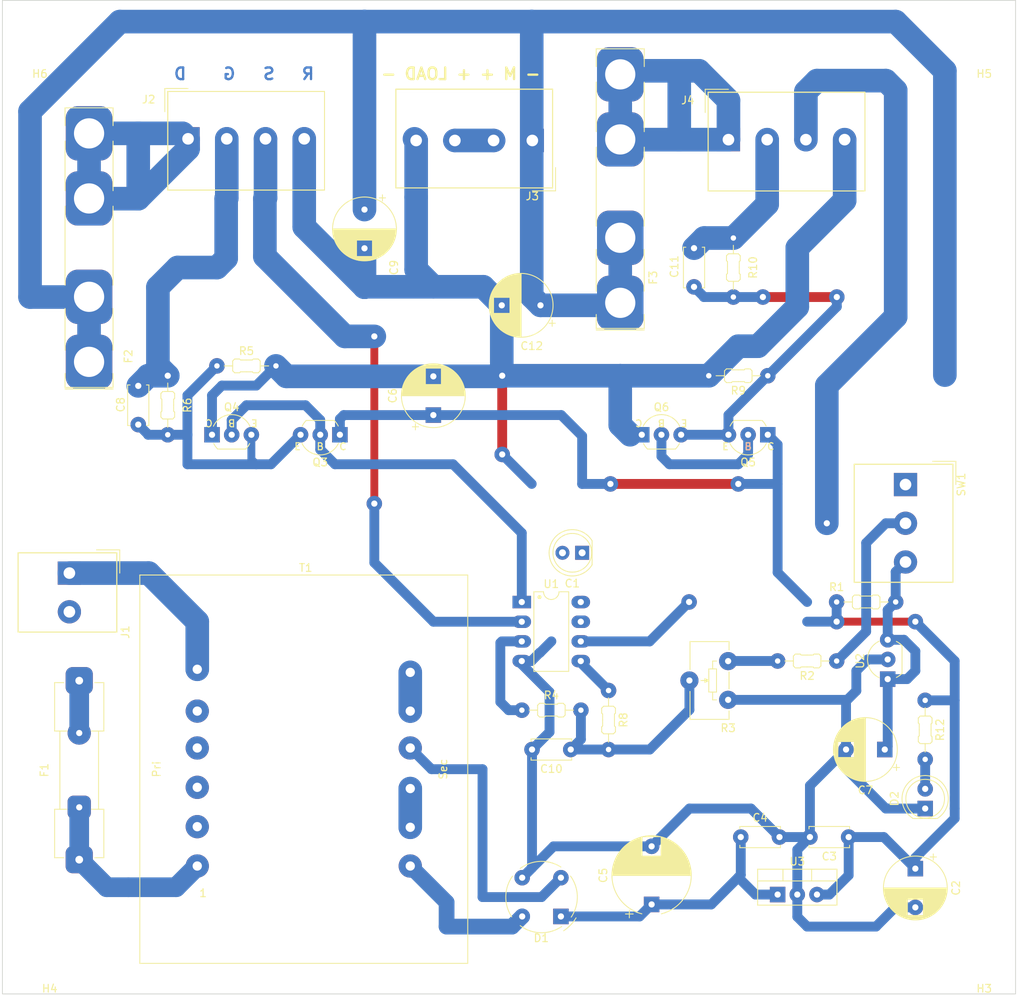
<source format=kicad_pcb>
(kicad_pcb (version 20221018) (generator pcbnew)
  (layers (0 "F.Cu" signal) (31 "B.Cu" signal) (34 "B.Paste" user) (35 "F.Paste" user) (36 "B.SilkS" user "B.Silkscreen") (37 "F.SilkS" user "F.Silkscreen") (38 "B.Mask" user) (39 "F.Mask" user) (44 "Edge.Cuts" user))
  (net 0 "")
  (net 1 "VCC")
  (net 2 "GND")
  (net 3 "Net-(SW1-C)")
  (net 4 "Net-(C10-Pad1)")
  (net 5 "Net-(Q3-E)")
  (net 6 "Net-(Q5-E)")
  (net 7 "Net-(J4-Pin_2)")
  (net 8 "Net-(J4-Pin_3)")
  (net 9 "Net-(Q3-B)")
  (net 10 "Net-(Q5-B)")
  (net 11 "Net-(SW1-B)")
  (net 12 "Net-(R2-Pad2)")
  (net 13 "Net-(U1A-+)")
  (net 14 "Net-(U1B-+)")
  (net 15 "Net-(D1-+)")
  (net 16 "Net-(J2-Pin_2)")
  (net 17 "Net-(J2-Pin_1)")
  (net 18 "Net-(T1-AA)")
  (net 19 "Net-(T1-AB)")
  (net 20 "Net-(J1-Pin_2)")
  (net 21 "Net-(J1-Pin_1)")
  (net 22 "Net-(J2-Pin_3)")
  (net 23 "Net-(J3-Pin_2)")
  (net 24 "Net-(J3-Pin_1)")
  (net 25 "Net-(J4-Pin_1)")
  (net 26 "Net-(T1-SA)")
  (net 27 "Net-(D2-A)")
  (footprint "Transformer_THT:Transformer_CHK_EI48-8VA_1xSec" (layer "F.Cu") (at 63.5 139.5)
    (fp_text reference "T1" (at 14 -38.5) (layer "F.SilkS"))
    (fp_text value "Transformer_1P_1S")
    (fp_text user "1" (at 0.75 3.5) (layer "F.SilkS"))
    (fp_text user "Sec" (at 31.75 -12.5 90) (layer "F.SilkS"))
    (fp_text user "Pri" (at -5.25 -12.5 90) (layer "F.SilkS"))
    (pad "1" thru_hole circle (at 27.5 -15.24) (size 3 3) (drill 1.2) (layers "*.Cu" "*.Mask") (net 18 "Net-(T1-AA)"))
    (pad "2" thru_hole circle (at 27.5 0) (size 3 3) (drill 1.2) (layers "*.Cu" "*.Mask") (net 19 "Net-(T1-AB)"))
    (pad "3" thru_hole circle (at 0 0) (size 3 3) (drill 1.2) (layers "*.Cu" "*.Mask") (net 26 "Net-(T1-SA)"))
    (pad "4" thru_hole circle (at 0 -25.4) (size 3 3) (drill 1.2) (layers "*.Cu" "*.Mask") (net 21 "Net-(J1-Pin_1)"))
    (pad "5" thru_hole circle (at 0 -20) (size 3 3) (drill 1.2) (layers "*.Cu" "*.Mask"))
    (pad "6" thru_hole circle (at 0 -15.24) (size 3 3) (drill 1.2) (layers "*.Cu" "*.Mask"))
    (pad "7" thru_hole circle (at 27.5 -25) (size 3 3) (drill 1.2) (layers "*.Cu" "*.Mask"))
    (pad "8" thru_hole circle (at 27.5 -20) (size 3 3) (drill 1.2) (layers "*.Cu" "*.Mask"))
    (pad "9" thru_hole circle (at 0 -10.16) (size 3 3) (drill 1.2) (layers "*.Cu" "*.Mask"))
    (pad "10" thru_hole circle (at 27.5 -10) (size 3 3) (drill 1.2) (layers "*.Cu" "*.Mask"))
    (pad "11" thru_hole circle (at 27.5 -5) (size 3 3) (drill 1.2) (layers "*.Cu" "*.Mask"))
    (pad "12" thru_hole circle (at 0 -5.08) (size 3 3) (drill 1.2) (layers "*.Cu" "*.Mask"))
  )
  (footprint "MountingHole:MountingHole_3.2mm_M3" (layer "F.Cu") (at 165.1 33.02 180)
    (fp_text reference "H5" (at 0 -4.2) (layer "F.SilkS"))
    (fp_text value "MountingHole")
    (pad "" np_thru_hole circle (at 0 0 180) (size 3.2 3.2) (drill 3.2) (layers "*.Cu" "*.Mask"))
  )
  (footprint "Fuse:Fuseholder_Clip-5x20mm_Keystone_3518P_Inline_P23.11x6.76mm_D2.44x1.70mm_Horizontal" (layer "F.Cu") (at 48.26 138.68 90)
    (fp_text reference "F1" (at 11.555 -4.5 90) (layer "F.SilkS"))
    (fp_text value "Fuse")
    (pad "1" thru_hole roundrect (at 0 0 90) (size 3.5 3.5) (drill 1) (layers "*.Cu" "*.Mask") (net 26 "Net-(T1-SA)"))
    (pad "1" thru_hole roundrect (at 6.76 0 90) (size 3 3) (drill 0.8) (layers "*.Cu" "*.Mask") (net 26 "Net-(T1-SA)"))
    (pad "2" thru_hole circle (at 16.35 0 90) (size 3 3) (drill 0.8) (layers "*.Cu" "*.Mask") (net 20 "Net-(J1-Pin_2)"))
    (pad "2" thru_hole roundrect (at 23.11 0 90) (size 3.5 3.5) (drill 1) (layers "*.Cu" "*.Mask") (net 20 "Net-(J1-Pin_2)"))
  )
  (footprint "PCM_Potentiometer_THT_AKL:Potentiometer_ACP_CA9-H5_Horizontal" (layer "F.Cu") (at 132.04 118.045 180)
    (fp_text reference "R3" (at 0 -3.65) (layer "F.SilkS"))
    (fp_text value "10k" hide)
    (pad "1" thru_hole circle (at 0 0 180) (size 2.34 2.34) (drill 0.8) (layers "*.Cu" "*.Mask") (net 2 "GND"))
    (pad "2" thru_hole circle (at 5 2.5 180) (size 2.34 2.34) (drill 0.8) (layers "*.Cu" "*.Mask") (net 4 "Net-(C10-Pad1)"))
    (pad "3" thru_hole circle (at 0 5 180) (size 2.34 2.34) (drill 0.8) (layers "*.Cu" "*.Mask") (net 12 "Net-(R2-Pad2)"))
  )
  (footprint "PCM_Resistor_THT_AKL:R_Axial_DIN0204_L3.6mm_D1.6mm_P7.62mm_Horizontal" (layer "F.Cu") (at 66.04 74.93)
    (fp_text reference "R5" (at 3.81 -1.92) (layer "F.SilkS"))
    (fp_text value "6.8k" hide)
    (pad "1" thru_hole circle (at 0 0) (size 2 2) (drill 0.7) (layers "*.Cu" "*.Mask") (net 5 "Net-(Q3-E)"))
    (pad "2" thru_hole oval (at 7.62 0) (size 2 2) (drill 0.7) (layers "*.Cu" "*.Mask") (net 2 "GND"))
  )
  (footprint "MountingHole:MountingHole_3.2mm_M3" (layer "F.Cu") (at 165.1 151.13 180)
    (fp_text reference "H3" (at 0 -4.2) (layer "F.SilkS"))
    (fp_text value "MountingHole")
    (pad "" np_thru_hole circle (at 0 0 180) (size 3.2 3.2) (drill 3.2) (layers "*.Cu" "*.Mask"))
  )
  (footprint "Capacitor_THT:C_Disc_D5.0mm_W2.5mm_P5.00mm" (layer "F.Cu") (at 111.72 124.46 180)
    (fp_text reference "C10" (at 2.5 -2.5) (layer "F.SilkS"))
    (fp_text value "100n")
    (pad "1" thru_hole circle (at 0 0 180) (size 2 2) (drill 0.8) (layers "*.Cu" "*.Mask") (net 4 "Net-(C10-Pad1)"))
    (pad "2" thru_hole circle (at 5 0 180) (size 2 2) (drill 0.8) (layers "*.Cu" "*.Mask") (net 2 "GND"))
  )
  (footprint "PCM_Resistor_THT_AKL:R_Axial_DIN0204_L3.6mm_D1.6mm_P7.62mm_Horizontal" (layer "F.Cu") (at 157.48 118.11 -90)
    (fp_text reference "R12" (at 3.81 -1.92 90) (layer "F.SilkS"))
    (fp_text value "1k" hide)
    (pad "1" thru_hole circle (at 0 0 270) (size 2 2) (drill 0.7) (layers "*.Cu" "*.Mask") (net 1 "VCC"))
    (pad "2" thru_hole oval (at 7.62 0 270) (size 2 2) (drill 0.7) (layers "*.Cu" "*.Mask") (net 27 "Net-(D2-A)"))
  )
  (footprint "PCM_Resistor_THT_AKL:R_Axial_DIN0204_L3.6mm_D1.6mm_P7.62mm_Horizontal" (layer "F.Cu") (at 116.6 116.84 -90)
    (fp_text reference "R8" (at 3.81 -1.92 90) (layer "F.SilkS"))
    (fp_text value "10k" hide)
    (pad "1" thru_hole circle (at 0 0 270) (size 2 2) (drill 0.7) (layers "*.Cu" "*.Mask") (net 14 "Net-(U1B-+)"))
    (pad "2" thru_hole oval (at 7.62 0 270) (size 2 2) (drill 0.7) (layers "*.Cu" "*.Mask") (net 4 "Net-(C10-Pad1)"))
  )
  (footprint "PCM_Package_TO_SOT_THT_AKL_Double:TO-92_Inline_Wide_CBE" (layer "F.Cu") (at 65.405 83.82)
    (fp_text reference "Q4" (at 2.54 -3.56) (layer "F.SilkS"))
    (fp_text value "BC557" hide)
    (fp_text user "E" (at 5.461 -1.524 180 unlocked) (layer "F.SilkS") (effects (font (size 0.9 0.9))))
    (fp_text user "C" (at -0.381 -1.524 180 unlocked) (layer "F.SilkS") (effects (font (size 0.9 0.9))))
    (fp_text user "B" (at 2.54 -1.524 180 unlocked) (layer "F.SilkS") (effects (font (size 0.9 0.9))))
    (pad "1" thru_hole rect (at 0 0 90) (size 2 2) (drill 0.8) (layers "*.Cu" "*.Mask") (net 2 "GND"))
    (pad "2" thru_hole circle (at 2.54 0 90) (size 2 2) (drill 0.8) (layers "*.Cu" "*.Mask") (net 9 "Net-(Q3-B)"))
    (pad "3" thru_hole circle (at 5.08 0 90) (size 2 2) (drill 0.8) (layers "*.Cu" "*.Mask") (net 5 "Net-(Q3-E)"))
  )
  (footprint "Capacitor_THT:CP_Radial_D8.0mm_P5.00mm" (layer "F.Cu") (at 107.812651 67.11 180)
    (fp_text reference "C12" (at 1.132651 -5.25) (layer "F.SilkS"))
    (fp_text value "47u")
    (pad "1" thru_hole rect (at 0 0 180) (size 2 2) (drill 0.8) (layers "*.Cu" "*.Mask") (net 24 "Net-(J3-Pin_1)"))
    (pad "2" thru_hole circle (at 5 0 180) (size 2 2) (drill 0.8) (layers "*.Cu" "*.Mask") (net 2 "GND"))
  )
  (footprint "TerminalBlock_Altech:Altech_AK300_1x04_P5.00mm_45-Degree" (layer "F.Cu") (at 132.08 45.72)
    (fp_text reference "J4" (at -5.24 -5.08) (layer "F.SilkS"))
    (fp_text value "MFT2 IRFP250")
    (pad "1" thru_hole rect (at 0 0) (size 3 3) (drill 1.5) (layers "*.Cu" "*.Mask") (net 25 "Net-(J4-Pin_1)"))
    (pad "2" thru_hole circle (at 5 0) (size 3 3) (drill 1.5) (layers "*.Cu" "*.Mask") (net 7 "Net-(J4-Pin_2)"))
    (pad "3" thru_hole circle (at 10 0) (size 3 3) (drill 1.5) (layers "*.Cu" "*.Mask") (net 8 "Net-(J4-Pin_3)"))
    (pad "4" thru_hole circle (at 15 0) (size 3 3) (drill 1.5) (layers "*.Cu" "*.Mask") (net 2 "GND"))
  )
  (footprint "PCM_Package_TO_SOT_THT_AKL_Double:TO-92_Inline_Wide_CBE" (layer "F.Cu") (at 81.915 83.82 180)
    (fp_text reference "Q3" (at 2.54 -3.56 180) (layer "F.SilkS"))
    (fp_text value "BC547" hide)
    (fp_text user "C" (at -0.381 -1.524 unlocked) (layer "F.SilkS") (effects (font (size 0.9 0.9))))
    (fp_text user "B" (at 2.54 -1.524 unlocked) (layer "F.SilkS") (effects (font (size 0.9 0.9))))
    (fp_text user "E" (at 5.461 -1.524 unlocked) (layer "F.SilkS") (effects (font (size 0.9 0.9))))
    (pad "1" thru_hole rect (at 0 0 270) (size 2 2) (drill 0.8) (layers "*.Cu" "*.Mask") (net 1 "VCC"))
    (pad "2" thru_hole circle (at 2.54 0 270) (size 2 2) (drill 0.8) (layers "*.Cu" "*.Mask") (net 9 "Net-(Q3-B)"))
    (pad "3" thru_hole circle (at 5.08 0 270) (size 2 2) (drill 0.8) (layers "*.Cu" "*.Mask") (net 5 "Net-(Q3-E)"))
  )
  (footprint "Capacitor_THT:C_Disc_D5.0mm_W2.5mm_P5.00mm" (layer "F.Cu") (at 133.67 135.762323)
    (fp_text reference "C4" (at 2.5 -2.5) (layer "F.SilkS"))
    (fp_text value "100n")
    (pad "1" thru_hole circle (at 0 0) (size 2 2) (drill 0.8) (layers "*.Cu" "*.Mask") (net 15 "Net-(D1-+)"))
    (pad "2" thru_hole circle (at 5 0) (size 2 2) (drill 0.8) (layers "*.Cu" "*.Mask") (net 2 "GND"))
  )
  (footprint "TerminalBlock_Altech:Altech_AK300_1x02_P5.00mm_45-Degree" (layer "F.Cu") (at 46.99 101.68 -90)
    (fp_text reference "J1" (at 7.62 -7.222651 90) (layer "F.SilkS"))
    (fp_text value "15V AC" hide)
    (pad "1" thru_hole rect (at 0 0 270) (size 3 3) (drill 1.5) (layers "*.Cu" "*.Mask") (net 21 "Net-(J1-Pin_1)"))
    (pad "2" thru_hole circle (at 5 0 270) (size 3 3) (drill 1.5) (layers "*.Cu" "*.Mask") (net 20 "Net-(J1-Pin_2)"))
  )
  (footprint "Fuse:Fuseholder_Keystone_3555-2" (layer "F.Cu") (at 49.53 74.41 90)
    (fp_text reference "F2" (at 0.7125 5.08 90) (layer "F.SilkS"))
    (fp_text value "Fuse")
    (pad "1" thru_hole roundrect (at 0 0 180) (size 6 7) (drill 3.9) (layers "*.Cu" "*.Mask") (net 24 "Net-(J3-Pin_1)"))
    (pad "1" thru_hole roundrect (at 8.4 0 90) (size 7 6) (drill 3.9) (layers "*.Cu" "*.Mask") (net 24 "Net-(J3-Pin_1)"))
    (pad "2" thru_hole roundrect (at 21.1 0 90) (size 7 6) (drill 3.9) (layers "*.Cu" "*.Mask") (net 17 "Net-(J2-Pin_1)"))
    (pad "2" thru_hole roundrect (at 29.5 0 90) (size 7 6) (drill 3.9) (layers "*.Cu" "*.Mask") (net 17 "Net-(J2-Pin_1)"))
  )
  (footprint "LED_THT:LED_D5.0mm_Clear" (layer "F.Cu") (at 157.48 132.08 90)
    (fp_text reference "D2" (at 1.27 -3.96 90) (layer "F.SilkS"))
    (fp_text value "LED")
    (pad "1" thru_hole rect (at 0 0 90) (size 2 2) (drill 0.8) (layers "*.Cu" "*.Mask") (net 2 "GND"))
    (pad "2" thru_hole circle (at 2.54 0 90) (size 2 2) (drill 0.8) (layers "*.Cu" "*.Mask") (net 27 "Net-(D2-A)"))
  )
  (footprint "TerminalBlock_Altech:Altech_AK300_1x03_P5.00mm_45-Degree" (layer "F.Cu") (at 154.94 90.25 -90)
    (fp_text reference "SW1" (at 0 -7.2 90) (layer "F.SilkS"))
    (fp_text value "~")
    (pad "1" thru_hole rect (at 0 0 270) (size 3 3) (drill 1.5) (layers "*.Cu" "*.Mask") (net 24 "Net-(J3-Pin_1)"))
    (pad "2" thru_hole circle (at 5 0 270) (size 3 3) (drill 1.5) (layers "*.Cu" "*.Mask") (net 11 "Net-(SW1-B)"))
    (pad "3" thru_hole circle (at 10 0 270) (size 3 3) (drill 1.5) (layers "*.Cu" "*.Mask") (net 3 "Net-(SW1-C)"))
  )
  (footprint "Capacitor_THT:CP_Radial_D8.0mm_P5.00mm" (layer "F.Cu") (at 93.98 81.28 90)
    (fp_text reference "C6" (at 2.5 -5.25 90) (layer "F.SilkS"))
    (fp_text value "47u")
    (pad "1" thru_hole rect (at 0 0 90) (size 2 2) (drill 0.8) (layers "*.Cu" "*.Mask") (net 1 "VCC"))
    (pad "2" thru_hole circle (at 5 0 90) (size 2 2) (drill 0.8) (layers "*.Cu" "*.Mask") (net 2 "GND"))
  )
  (footprint "Capacitor_THT:C_Disc_D5.0mm_W2.5mm_P5.00mm" (layer "F.Cu") (at 147.6 135.762323 180)
    (fp_text reference "C3" (at 2.5 -2.5) (layer "F.SilkS"))
    (fp_text value "100n")
    (pad "1" thru_hole circle (at 0 0 180) (size 2 2) (drill 0.8) (layers "*.Cu" "*.Mask") (net 1 "VCC"))
    (pad "2" thru_hole circle (at 5 0 180) (size 2 2) (drill 0.8) (layers "*.Cu" "*.Mask") (net 2 "GND"))
  )
  (footprint "TerminalBlock_Altech:Altech_AK300_1x04_P5.00mm_45-Degree" (layer "F.Cu") (at 106.76 45.8275 180)
    (fp_text reference "J3" (at 0 -7.2) (layer "F.SilkS"))
    (fp_text value "LOAD IN")
    (pad "1" thru_hole rect (at 0 0 180) (size 3 3) (drill 1.5) (layers "*.Cu" "*.Mask") (net 24 "Net-(J3-Pin_1)"))
    (pad "2" thru_hole circle (at 5 0 180) (size 3 3) (drill 1.5) (layers "*.Cu" "*.Mask") (net 23 "Net-(J3-Pin_2)"))
    (pad "3" thru_hole circle (at 10 0 180) (size 3 3) (drill 1.5) (layers "*.Cu" "*.Mask") (net 23 "Net-(J3-Pin_2)"))
    (pad "4" thru_hole circle (at 15 0 180) (size 3 3) (drill 1.5) (layers "*.Cu" "*.Mask") (net 2 "GND"))
  )
  (footprint "Fuse:Fuseholder_Keystone_3555-2" (layer "F.Cu") (at 118.11 66.79 90)
    (fp_text reference "F3" (at 3.2525 4.25 90) (layer "F.SilkS"))
    (fp_text value "Fuse")
    (pad "1" thru_hole roundrect (at 0 0 180) (size 6 7) (drill 3.9) (layers "*.Cu" "*.Mask") (net 24 "Net-(J3-Pin_1)"))
    (pad "1" thru_hole roundrect (at 8.4 0 90) (size 7 6) (drill 3.9) (layers "*.Cu" "*.Mask") (net 24 "Net-(J3-Pin_1)"))
    (pad "2" thru_hole roundrect (at 21.1 0 90) (size 7 6) (drill 3.9) (layers "*.Cu" "*.Mask") (net 25 "Net-(J4-Pin_1)"))
    (pad "2" thru_hole roundrect (at 29.5 0 90) (size 7 6) (drill 3.9) (layers "*.Cu" "*.Mask") (net 25 "Net-(J4-Pin_1)"))
  )
  (footprint "PCM_Resistor_THT_AKL:R_Axial_DIN0204_L3.6mm_D1.6mm_P7.62mm_Horizontal" (layer "F.Cu") (at 105.41 119.38)
    (fp_text reference "R4" (at 3.81 -1.92) (layer "F.SilkS"))
    (fp_text value "10k" hide)
    (pad "1" thru_hole circle (at 0 0) (size 2 2) (drill 0.7) (layers "*.Cu" "*.Mask") (net 13 "Net-(U1A-+)"))
    (pad "2" thru_hole oval (at 7.62 0) (size 2 2) (drill 0.7) (layers "*.Cu" "*.Mask") (net 4 "Net-(C10-Pad1)"))
  )
  (footprint "Capacitor_THT:C_Disc_D5.0mm_W2.5mm_P5.00mm" (layer "F.Cu") (at 55.88 82.51 90)
    (fp_text reference "C8" (at 2.565311 -2.266772 90) (layer "F.SilkS"))
    (fp_text value "100n")
    (pad "1" thru_hole circle (at 0 0 90) (size 2 2) (drill 0.8) (layers "*.Cu" "*.Mask") (net 5 "Net-(Q3-E)"))
    (pad "2" thru_hole circle (at 5 0 90) (size 2 2) (drill 0.8) (layers "*.Cu" "*.Mask") (net 16 "Net-(J2-Pin_2)"))
  )
  (footprint "Capacitor_THT:CP_Radial_D8.0mm_P5.00mm" (layer "F.Cu") (at 152.262651 124.46 180)
    (fp_text reference "C7" (at 2.5 -5.25) (layer "F.SilkS"))
    (fp_text value "10u")
    (pad "1" thru_hole rect (at 0 0 180) (size 2 2) (drill 0.8) (layers "*.Cu" "*.Mask") (net 3 "Net-(SW1-C)"))
    (pad "2" thru_hole circle (at 5 0 180) (size 2 2) (drill 0.8) (layers "*.Cu" "*.Mask") (net 2 "GND"))
  )
  (footprint "PCM_Resistor_THT_AKL:R_Axial_DIN0204_L3.6mm_D1.6mm_P7.62mm_Horizontal" (layer "F.Cu") (at 132.715 66.04 90)
    (fp_text reference "R10" (at 3.81 2.54 90) (layer "F.SilkS"))
    (fp_text value "100" hide)
    (pad "1" thru_hole circle (at 0 0 90) (size 2 2) (drill 0.7) (layers "*.Cu" "*.Mask") (net 6 "Net-(Q5-E)"))
    (pad "2" thru_hole oval (at 7.62 0 90) (size 2 2) (drill 0.7) (layers "*.Cu" "*.Mask") (net 7 "Net-(J4-Pin_2)"))
  )
  (footprint "Capacitor_THT:C_Disc_D5.0mm_W2.5mm_P5.00mm" (layer "F.Cu") (at 127.635 64.73 90)
    (fp_text reference "C11" (at 2.62 -2.54 90) (layer "F.SilkS"))
    (fp_text value "100n")
    (pad "1" thru_hole circle (at 0 0 90) (size 2 2) (drill 0.8) (layers "*.Cu" "*.Mask") (net 6 "Net-(Q5-E)"))
    (pad "2" thru_hole circle (at 5 0 90) (size 2 2) (drill 0.8) (layers "*.Cu" "*.Mask") (net 7 "Net-(J4-Pin_2)"))
  )
  (footprint "TerminalBlock_Altech:Altech_AK300_1x04_P5.00mm_45-Degree" (layer "F.Cu") (at 62.31 45.6125)
    (fp_text reference "J2" (at -5.08 -5.08) (layer "F.SilkS"))
    (fp_text value "MFT1 IRFP250")
    (pad "1" thru_hole rect (at 0 0) (size 3 3) (drill 1.5) (layers "*.Cu" "*.Mask") (net 17 "Net-(J2-Pin_1)"))
    (pad "2" thru_hole circle (at 5 0) (size 3 3) (drill 1.5) (layers "*.Cu" "*.Mask") (net 16 "Net-(J2-Pin_2)"))
    (pad "3" thru_hole circle (at 10 0) (size 3 3) (drill 1.5) (layers "*.Cu" "*.Mask") (net 22 "Net-(J2-Pin_3)"))
    (pad "4" thru_hole circle (at 15 0) (size 3 3) (drill 1.5) (layers "*.Cu" "*.Mask") (net 2 "GND"))
  )
  (footprint "Package_TO_SOT_THT:TO-220-3_Vertical" (layer "F.Cu") (at 138.43 143.185)
    (fp_text reference "U3" (at 2.54 -4.27) (layer "F.SilkS"))
    (fp_text value "LM7812_TO220")
    (pad "1" thru_hole rect (at 0 0) (size 2 2) (drill 0.8) (layers "*.Cu" "*.Mask") (net 15 "Net-(D1-+)"))
    (pad "2" thru_hole oval (at 2.54 0) (size 2 2) (drill 0.8) (layers "*.Cu" "*.Mask") (net 2 "GND"))
    (pad "3" thru_hole oval (at 5.08 0) (size 2 2) (drill 0.8) (layers "*.Cu" "*.Mask") (net 1 "VCC"))
  )
  (footprint "MountingHole:MountingHole_3.2mm_M3" (layer "F.Cu") (at 43.18 33.02 180)
    (fp_text reference "H6" (at 0 -4.2) (layer "F.SilkS"))
    (fp_text value "MountingHole")
    (pad "" np_thru_hole circle (at 0 0 180) (size 3.2 3.2) (drill 3.2) (layers "*.Cu" "*.Mask"))
  )
  (footprint "Capacitor_THT:CP_Radial_D8.0mm_P5.00mm" (layer "F.Cu") (at 85.09 54.747349 -90)
    (fp_text reference "C9" (at 7.482651 -3.81 90) (layer "F.SilkS"))
    (fp_text value "47u")
    (pad "1" thru_hole rect (at 0 0 270) (size 2 2) (drill 0.8) (layers "*.Cu" "*.Mask") (net 24 "Net-(J3-Pin_1)"))
    (pad "2" thru_hole circle (at 5 0 270) (size 2 2) (drill 0.8) (layers "*.Cu" "*.Mask") (net 2 "GND"))
  )
  (footprint "Diode_THT:Diode_Bridge_Round_D9.0mm" (layer "F.Cu") (at 110.45 146.01 180)
    (fp_text reference "D1" (at 2.54 -2.794) (layer "F.SilkS"))
    (fp_text value "W02G")
    (pad "1" thru_hole rect (at 0 0 180) (size 2 2) (drill 0.8) (layers "*.Cu" "*.Mask") (net 15 "Net-(D1-+)"))
    (pad "2" thru_hole oval (at 0 5 180) (size 2 2) (drill 0.8) (layers "*.Cu" "*.Mask") (net 18 "Net-(T1-AA)"))
    (pad "3" thru_hole oval (at 5 5 180) (size 2 2) (drill 0.8) (layers "*.Cu" "*.Mask") (net 2 "GND"))
    (pad "4" thru_hole oval (at 5 0 180) (size 2 2) (drill 0.8) (layers "*.Cu" "*.Mask") (net 19 "Net-(T1-AB)"))
  )
  (footprint "PCM_Resistor_THT_AKL:R_Axial_DIN0204_L3.6mm_D1.6mm_P7.62mm_Horizontal" (layer "F.Cu") (at 146.05 113.03 180)
    (fp_text reference "R2" (at 3.81 -1.92) (layer "F.SilkS"))
    (fp_text value "10k" hide)
    (pad "1" thru_hole circle (at 0 0 180) (size 2 2) (drill 0.7) (layers "*.Cu" "*.Mask") (net 11 "Net-(SW1-B)"))
    (pad "2" thru_hole oval (at 7.62 0 180) (size 2 2) (drill 0.7) (layers "*.Cu" "*.Mask") (net 12 "Net-(R2-Pad2)"))
  )
  (footprint "PCM_Resistor_THT_AKL:R_Axial_DIN0204_L3.6mm_D1.6mm_P7.62mm_Horizontal" (layer "F.Cu") (at 59.69 83.82 90)
    (fp_text reference "R6" (at 3.81 2.54 90) (layer "F.SilkS"))
    (fp_text value "100" hide)
    (pad "1" thru_hole circle (at 0 0 90) (size 2 2) (drill 0.7) (layers "*.Cu" "*.Mask") (net 5 "Net-(Q3-E)"))
    (pad "2" thru_hole oval (at 7.62 0 90) (size 2 2) (drill 0.8) (layers "*.Cu" "*.Mask") (net 16 "Net-(J2-Pin_2)"))
  )
  (footprint "PCM_Resistor_THT_AKL:R_Axial_DIN0204_L3.6mm_D1.6mm_P7.62mm_Horizontal" (layer "F.Cu") (at 146.05 105.41)
    (fp_text reference "R1" (at 0 -1.92) (layer "F.SilkS"))
    (fp_text value "10k" hide)
    (pad "1" thru_hole circle (at 0 0) (size 2 2) (drill 0.7) (layers "*.Cu" "*.Mask") (net 1 "VCC"))
    (pad "2" thru_hole oval (at 7.62 0) (size 2 2) (drill 0.7) (layers "*.Cu" "*.Mask") (net 3 "Net-(SW1-C)"))
  )
  (footprint "PCM_Package_DIP_AKL:DIP-8_W7.62mm_LongPads" (layer "F.Cu") (at 105.395 105.42)
    (fp_text reference "U1" (at 3.81 -2.33) (layer "F.SilkS"))
    (fp_text value "LM358" hide)
    (pad "1" thru_hole rect (at 0 0) (size 2.4 1.6) (drill 0.8) (layers "*.Cu" "*.Mask") (net 9 "Net-(Q3-B)"))
    (pad "2" thru_hole oval (at 0 2.54) (size 2.4 1.6) (drill 0.8) (layers "*.Cu" "*.Mask") (net 22 "Net-(J2-Pin_3)"))
    (pad "3" thru_hole oval (at 0 5.08) (size 2.4 1.6) (drill 0.8) (layers "*.Cu" "*.Mask") (net 13 "Net-(U1A-+)"))
    (pad "4" thru_hole oval (at 0 7.62) (size 2.4 1.6) (drill 0.8) (layers "*.Cu" "*.Mask") (net 2 "GND"))
    (pad "5" thru_hole oval (at 7.62 7.62) (size 2.4 1.6) (drill 0.8) (layers "*.Cu" "*.Mask") (net 14 "Net-(U1B-+)"))
    (pad "6" thru_hole oval (at 7.62 5.08) (size 2.4 1.6) (drill 0.8) (layers "*.Cu" "*.Mask") (net 8 "Net-(J4-Pin_3)"))
    (pad "7" thru_hole oval (at 7.62 2.54) (size 2.4 1.6) (drill 0.8) (layers "*.Cu" "*.Mask") (net 10 "Net-(Q5-B)"))
    (pad "8" thru_hole oval (at 7.62 0) (size 2.4 1.6) (drill 0.8) (layers "*.Cu" "*.Mask") (net 1 "VCC"))
  )
  (footprint "Capacitor_THT:CP_Radial_D8.0mm_P5.00mm" (layer "F.Cu") (at 156.21 139.837349 -90)
    (fp_text reference "C2" (at 2.5 -5.25 90) (layer "F.SilkS"))
    (fp_text value "220u")
    (pad "1" thru_hole rect (at 0 0 270) (size 2 2) (drill 0.8) (layers "*.Cu" "*.Mask") (net 1 "VCC"))
    (pad "2" thru_hole circle (at 5 0 270) (size 2 2) (drill 0.8) (layers "*.Cu" "*.Mask") (net 2 "GND"))
  )
  (footprint "MountingHole:MountingHole_3.2mm_M3" (layer "F.Cu") (at 44.45 151.13 180)
    (fp_text reference "H4" (at 0 -4.2) (layer "F.SilkS"))
    (fp_text value "MountingHole")
    (pad "" np_thru_hole circle (at 0 0 180) (size 3.2 3.2) (drill 3.2) (layers "*.Cu" "*.Mask"))
  )
  (footprint "PCM_Package_TO_SOT_THT_AKL_Double:TO-92_Inline_Wide_CBE" (layer "F.Cu") (at 152.64 115.37 90)
    (fp_text reference "U2" (at 2.34 -3.56 90) (layer "F.SilkS"))
    (fp_text value "TL431LP" hide)
    (pad "1" thru_hole rect (at 0 0 180) (size 2 2) (drill 0.8) (layers "*.Cu" "*.Mask") (net 3 "Net-(SW1-C)"))
    (pad "2" thru_hole circle (at 2.54 0 180) (size 2 2) (drill 0.8) (layers "*.Cu" "*.Mask") (net 2 "GND"))
    (pad "3" thru_hole circle (at 5.08 0 180) (size 2 2) (drill 0.8) (layers "*.Cu" "*.Mask") (net 3 "Net-(SW1-C)"))
  )
  (footprint "PCM_Resistor_THT_AKL:R_Axial_DIN0204_L3.6mm_D1.6mm_P7.62mm_Horizontal" (layer "F.Cu") (at 137.16 76.2 180)
    (fp_text reference "R9" (at 3.81 -1.92) (layer "F.SilkS"))
    (fp_text value "6.8k" hide)
    (pad "1" thru_hole circle (at 0 0 180) (size 2 2) (drill 0.7) (layers "*.Cu" "*.Mask") (net 6 "Net-(Q5-E)"))
    (pad "2" thru_hole oval (at 7.62 0 180) (size 2 2) (drill 0.7) (layers "*.Cu" "*.Mask") (net 2 "GND"))
  )
  (footprint "PCM_Package_TO_SOT_THT_AKL_Double:TO-92_Inline_Wide_CBE" (layer "F.Cu") (at 137.16 83.82 180)
    (fp_text reference "Q5" (at 2.54 -3.56 180) (layer "F.SilkS"))
    (fp_text value "BC547" hide)
    (fp_text user "B" (at 2.54 -1.524 unlocked) (layer "B.SilkS") (effects (font (size 0.9 0.9)) (justify mirror)))
    (fp_text user "C" (at -0.381 -1.524 unlocked) (layer "F.SilkS") (effects (font (size 0.9 0.9))))
    (fp_text user "B" (at 2.54 -1.524 unlocked) (layer "F.SilkS") (effects (font (size 0.9 0.9))))
    (fp_text user "E" (at 5.461 -1.524 unlocked) (layer "F.SilkS") (effects (font (size 0.9 0.9))))
    (pad "1" thru_hole rect (at 0 0 270) (size 2 2) (drill 0.8) (layers "*.Cu" "*.Mask") (net 1 "VCC"))
    (pad "2" thru_hole circle (at 2.54 0 270) (size 2 2) (drill 0.8) (layers "*.Cu" "*.Mask") (net 10 "Net-(Q5-B)"))
    (pad "3" thru_hole circle (at 5.08 0 270) (size 2 2) (drill 0.8) (layers "*.Cu" "*.Mask") (net 6 "Net-(Q5-E)"))
  )
  (footprint "LED_THT:LED_D5.0mm_Clear" (layer "F.Cu") (at 113.19 99.06 180)
    (fp_text reference "C1" (at 1.27 -3.96 180) (layer "F.SilkS"))
    (fp_text value "100n")
    (pad "1" thru_hole rect (at 0 0 180) (size 1.8 1.8) (drill 0.9) (layers "*.Cu" "*.Mask") (net 1 "VCC"))
    (pad "2" thru_hole circle (at 2.54 0 180) (size 1.8 1.8) (drill 0.9) (layers "*.Cu" "*.Mask") (net 2 "GND"))
  )
  (footprint "PCM_Package_TO_SOT_THT_AKL_Double:TO-92_Inline_Wide_CBE" (layer "F.Cu") (at 120.89 83.82)
    (fp_text reference "Q6" (at 2.54 -3.56) (layer "F.SilkS"))
    (fp_text value "BC557" hide)
    (fp_text user "E" (at 5.461 -1.524 180 unlocked) (layer "F.SilkS") (effects (font (size 0.9 0.9))))
    (fp_text user "B" (at 2.54 -1.524 180 unlocked) (layer "F.SilkS") (effects (font (size 0.9 0.9))))
    (fp_text user "C" (at -0.381 -1.524 180 unlocked) (layer "F.SilkS") (effects (font (size 0.9 0.9))))
    (pad "1" thru_hole rect (at 0 0 90) (size 2 2) (drill 0.8) (layers "*.Cu" "*.Mask") (net 2 "GND"))
    (pad "2" thru_hole circle (at 2.54 0 90) (size 2 2) (drill 0.8) (layers "*.Cu" "*.Mask") (net 10 "Net-(Q5-B)"))
    (pad "3" thru_hole circle (at 5.08 0 90) (size 2 2) (drill 0.8) (layers "*.Cu" "*.Mask") (net 6 "Net-(Q5-E)"))
  )
  (footprint "Capacitor_THT:CP_Radial_D10.0mm_P7.50mm" (layer "F.Cu") (at 122.16 144.46 90)
    (fp_text reference "C5" (at 3.75 -6.25 90) (layer "F.SilkS"))
    (fp_text value "1000u")
    (pad "1" thru_hole rect (at 0 0 90) (size 2 2) (drill 0.8) (layers "*.Cu" "*.Mask") (net 15 "Net-(D1-+)"))
    (pad "2" thru_hole circle (at 7.5 0 90) (size 2 2) (drill 0.8) (layers "*.Cu" "*.Mask") (net 2 "GND"))
  )
  (gr_rect (start 38.34 27.74) (end 169.15 156.01) (stroke (width 0.1)) (fill none) (layer "Edge.Cuts"))
  (gr_text "S" (at 73.66 38.1) (layer "B.Cu") (effects (font (size 1.5 1.5) (thickness 0.3) bold) (justify left bottom mirror)))
  (gr_text "D" (at 62.23 38.1) (layer "B.Cu") (effects (font (size 1.5 1.5) (thickness 0.3) bold) (justify left bottom mirror)))
  (gr_text "R" (at 78.74 38.1) (layer "B.Cu") (effects (font (size 1.5 1.5) (thickness 0.3) bold) (justify left bottom mirror)))
  (gr_text "G" (at 68.58 38.1) (layer "B.Cu") (effects (font (size 1.5 1.5) (thickness 0.3) bold) (justify left bottom mirror)))
  (gr_text "- M +" (at 107.95 38.1) (layer "F.SilkS") (effects (font (size 1.5 1.5) (thickness 0.3) bold) (justify left bottom mirror)))
  (gr_text "+ LOAD -" (at 99.06 38.1) (layer "F.SilkS") (effects (font (size 1.5 1.5) (thickness 0.3) bold) (justify left bottom mirror)))
  (segment (start 91 129.5) (end 91 134.5) (width 3.048) (layer "B.Cu") (net 0))
  (segment (start 91 114.5) (end 91 119.5) (width 3.048) (layer "B.Cu") (net 0))
  (segment (start 116.84 90.17) (end 133.35 90.17) (width 1.27) (layer "F.Cu") (net 1))
  (segment (start 156.21 107.95) (end 146.05 107.95) (width 1.016) (layer "F.Cu") (net 1))
  (via (at 146.05 107.95) (size 2) (drill 0.8) (layers "F.Cu" "B.Cu") (net 1))
  (via (at 133.35 90.17) (size 2) (drill 0.8) (layers "F.Cu" "B.Cu") (net 1))
  (via (at 156.21 107.95) (size 2) (drill 0.8) (layers "F.Cu" "B.Cu") (net 1))
  (via (at 116.84 90.17) (size 2) (drill 0.8) (layers "F.Cu" "B.Cu") (net 1))
  (segment (start 82.412651 81.28) (end 93.98 81.28) (width 1.27) (layer "B.Cu") (net 1))
  (segment (start 137.16 83.82) (end 138.43 85.09) (width 1.27) (layer "B.Cu") (net 1))
  (segment (start 145.852677 142.437323) (end 147.6 140.69) (width 1.27) (layer "B.Cu") (net 1))
  (segment (start 147.6 140.69) (end 147.6 135.762323) (width 1.27) (layer "B.Cu") (net 1))
  (segment (start 138.43 90.17) (end 138.43 101.6) (width 1.27) (layer "B.Cu") (net 1))
  (segment (start 143.51 143.185) (end 145.105 143.185) (width 1.27) (layer "B.Cu") (net 1))
  (segment (start 146.05 105.41) (end 146.05 107.95) (width 1.27) (layer "B.Cu") (net 1))
  (segment (start 142.24 107.95) (end 146.05 107.95) (width 1.27) (layer "B.Cu") (net 1))
  (segment (start 138.43 85.09) (end 138.43 90.17) (width 1.27) (layer "B.Cu") (net 1))
  (segment (start 161.29 132.08) (end 161.29 118.11) (width 1.27) (layer "B.Cu") (net 1))
  (segment (start 152.134974 135.762323) (end 156.21 139.837349) (width 1.27) (layer "B.Cu") (net 1))
  (segment (start 147.6 135.762323) (end 152.134974 135.762323) (width 1.27) (layer "B.Cu") (net 1))
  (segment (start 156.21 139.837349) (end 156.21 138.43) (width 1.27) (layer "B.Cu") (net 1))
  (segment (start 156.21 107.95) (end 161.29 113.03) (width 1.27) (layer "B.Cu") (net 1))
  (segment (start 113.19 90.17) (end 116.84 90.17) (width 1.27) (layer "B.Cu") (net 1))
  (segment (start 161.29 133.35) (end 161.29 132.08) (width 1.27) (layer "B.Cu") (net 1))
  (segment (start 145.105 143.185) (end 145.852677 142.437323) (width 1.27) (layer "B.Cu") (net 1))
  (segment (start 138.43 101.6) (end 142.24 105.41) (width 1.27) (layer "B.Cu") (net 1))
  (segment (start 113.19 83.98) (end 113.19 90.17) (width 1.27) (layer "B.Cu") (net 1))
  (segment (start 81.915 83.82) (end 81.915 81.777651) (width 1.27) (layer "B.Cu") (net 1))
  (segment (start 138.43 90.17) (end 133.35 90.17) (width 1.27) (layer "B.Cu") (net 1))
  (segment (start 157.48 118.11) (end 161.29 118.11) (width 1.27) (layer "B.Cu") (net 1))
  (segment (start 161.29 113.03) (end 161.29 118.11) (width 1.27) (layer "B.Cu") (net 1))
  (segment (start 110.49 81.28) (end 113.19 83.98) (width 1.27) (layer "B.Cu") (net 1))
  (segment (start 93.98 81.28) (end 110.49 81.28) (width 1.27) (layer "B.Cu") (net 1))
  (segment (start 81.915 81.777651) (end 82.412651 81.28) (width 1.27) (layer "B.Cu") (net 1))
  (segment (start 113.19 105.245) (end 113.015 105.42) (width 1.27) (layer "B.Cu") (net 1))
  (segment (start 156.21 138.43) (end 161.29 133.35) (width 1.27) (layer "B.Cu") (net 1))
  (segment (start 102.87 76.2) (end 102.87 86.36) (width 1.27) (layer "F.Cu") (net 2))
  (via (at 102.87 76.2) (size 2) (drill 0.8) (layers "F.Cu" "B.Cu") (net 2))
  (via (at 102.87 86.36) (size 2) (drill 0.8) (layers "F.Cu" "B.Cu") (net 2))
  (segment (start 108.98 122.2) (end 106.72 124.46) (width 1.27) (layer "B.Cu") (net 2))
  (segment (start 147.08 53.58) (end 147.08 45.72) (width 3.048) (layer "B.Cu") (net 2))
  (segment (start 142.24 147.32) (end 151.13 147.32) (width 1.27) (layer "B.Cu") (net 2))
  (segment (start 105.395 113.04) (end 105.395 113.455) (width 1.27) (layer "B.Cu") (net 2))
  (segment (start 133.35 72.39) (end 135.89 72.39) (width 3.048) (layer "B.Cu") (net 2))
  (segment (start 118.11 76.2) (end 118.11 82.55) (width 3.048) (layer "B.Cu") (net 2))
  (segment (start 147.262651 118.207349) (end 147.100302 118.045) (width 1.27) (layer "B.Cu") (net 2))
  (segment (start 118.11 82.55) (end 119.38 83.82) (width 3.048) (layer "B.Cu") (net 2))
  (segment (start 100.415302 64.712651) (end 102.812651 67.11) (width 3.048) (layer "B.Cu") (net 2))
  (segment (start 142.6 135.762323) (end 142.6 129.122651) (width 1.27) (layer "B.Cu") (net 2))
  (segment (start 91.76 53.14) (end 91.76 62.492651) (width 3.048) (layer "B.Cu") (net 2))
  (segment (start 71.12 77.47) (end 73.66 74.93) (width 1.27) (layer "B.Cu") (net 2))
  (segment (start 77.31 56.99) (end 85.09 64.77) (width 3.048) (layer "B.Cu") (net 2))
  (segment (start 147.262651 118.207349) (end 148.59 116.88) (width 1.27) (layer "B.Cu") (net 2))
  (segment (start 102.79 76.28) (end 102.87 76.2) (width 3.048) (layer "B.Cu") (net 2))
  (segment (start 91.545 45.6125) (end 91.76 45.8275) (width 3.048) (layer "B.Cu") (net 2))
  (segment (start 140.97 137.392323) (end 140.97 143.185) (width 1.27) (layer "B.Cu") (net 2))
  (segment (start 153.612651 144.837349) (end 156.21 144.837349) (width 1.27) (layer "B.Cu") (net 2))
  (segment (start 140.97 146.05) (end 142.24 147.32) (width 1.27) (layer "B.Cu") (net 2))
  (segment (start 102.812651 67.11) (end 102.812651 76.142651) (width 3.048) (layer "B.Cu") (net 2))
  (segment (start 142.6 129.122651) (end 147.262651 124.46) (width 1.27) (layer "B.Cu") (net 2))
  (segment (start 93.98 76.28) (end 75.01 76.28) (width 3.048) (layer "B.Cu") (net 2))
  (segment (start 109.5 136.96) (end 122.16 136.96) (width 1.27) (layer "B.Cu") (net 2))
  (segment (start 66.675 77.47) (end 65.405 78.74) (width 1.27) (layer "B.Cu") (net 2))
  (segment (start 129.54 76.2) (end 118.11 76.2) (width 3.048) (layer "B.Cu") (net 2))
  (segment (start 85.147349 64.712651) (end 93.98 64.712651) (width 3.048) (layer "B.Cu") (net 2))
  (segment (start 142.6 135.762323) (end 140.97 137.392323) (width 1.27) (layer "B.Cu") (net 2))
  (segment (start 142.6 135.762323) (end 138.67 135.762323) (width 1.27) (layer "B.Cu") (net 2))
  (segment (start 140.97 67.31) (end 140.97 59.69) (width 3.048) (layer "B.Cu") (net 2))
  (segment (start 135.89 72.39) (end 140.97 67.31) (width 3.048) (layer "B.Cu") (net 2))
  (segment (start 150.06 112.83) (end 152.64 112.83) (width 1.27) (layer "B.Cu") (net 2))
  (segment (start 85.09 64.77) (end 85.147349 64.712651) (width 3.048) (layer "B.Cu") (net 2))
  (segment (start 122.16 136.96) (end 127.04 132.08) (width 1.27) (layer "B.Cu") (net 2))
  (segment (start 65.405 78.74) (end 65.405 83.82) (width 1.27) (layer "B.Cu") (net 2))
  (segment (start 75.01 76.28) (end 73.66 74.93) (width 3.048) (layer "B.Cu") (net 2))
  (segment (start 140.97 59.69) (end 147.08 53.58) (width 3.048) (layer "B.Cu") (net 2))
  (segment (start 107.71 111.96) (end 107.75 111.96) (width 1.27) (layer "B.Cu") (net 2))
  (segment (start 127.04 132.08) (end 134.987677 132.08) (width 1.27) (layer "B.Cu") (net 2))
  (segment (start 105.45 141.01) (end 109.5 136.96) (width 1.27) (layer "B.Cu") (net 2))
  (segment (start 77.31 45.6125) (end 77.31 56.99) (width 3.048) (layer "B.Cu") (net 2))
  (segment (start 106.72 139.74) (end 105.45 141.01) (width 1.27) (layer "B.Cu") (net 2))
  (segment (start 102.87 76.2) (end 118.11 76.2) (width 3.048) (layer "B.Cu") (net 2))
  (segment (start 152.4 132.08) (end 157.48 132.08) (width 1.27) (layer "B.Cu") (net 2))
  (segment (start 93.98 76.28) (end 102.79 76.28) (width 3.048) (layer "B.Cu") (net 2))
  (segment (start 91.76 53.14) (end 91.76 45.8275) (width 3.048) (layer "B.Cu") (net 2))
  (segment (start 147.100302 118.045) (end 132.04 118.045) (width 1.27) (layer "B.Cu") (net 2))
  (segment (start 148.59 116.88) (end 148.59 114.3) (width 1.27) (layer "B.Cu") (net 2))
  (segment (start 102.812651 76.142651) (end 102.87 76.2) (width 3.048) (layer "B.Cu") (net 2))
  (segment (start 106.63 113.04) (end 105.395 113.04) (width 1.27) (layer "B.Cu") (net 2))
  (segment (start 129.54 76.2) (end 133.35 72.39) (width 3.048) (layer "B.Cu") (net 2))
  (segment (start 106.68 90.17) (end 102.87 86.36) (width 1.27) (layer "B.Cu") (net 2))
  (segment (start 108.98 117.04) (end 108.98 122.2) (width 1.27) (layer "B.Cu") (net 2))
  (segment (start 85.09 59.747349) (end 85.09 64.77) (width 3.048) (layer "B.Cu") (net 2))
  (segment (start 107.75 111.96) (end 109.22 110.49) (width 1.27) (layer "B.Cu") (net 2))
  (segment (start 147.262651 118.207349) (end 147.262651 124.46) (width 1.27) (layer "B.Cu") (net 2))
  (segment (start 85.09 64.655302) (end 85.147349 64.712651) (width 3.048) (layer "B.Cu") (net 2))
  (segment (start 107.71 111.96) (end 106.63 113.04) (width 1.27) (layer "B.Cu") (net 2))
  (segment (start 106.72 124.46) (end 106.72 139.74) (width 1.27) (layer "B.Cu") (net 2))
  (segment (start 148.59 114.3) (end 150.06 112.83) (width 1.27) (layer "B.Cu") (net 2))
  (segment (start 147.262651 126.942651) (end 152.4 132.08) (width 1.27) (layer "B.Cu") (net 2))
  (segment (start 151.13 147.32) (end 153.612651 144.837349) (width 1.27) (layer "B.Cu") (net 2))
  (segment (start 134.987677 132.08) (end 138.67 135.762323) (width 1.27) (layer "B.Cu") (net 2))
  (segment (start 140.97 143.185) (end 140.97 146.05) (width 1.27) (layer "B.Cu") (net 2))
  (segment (start 93.98 64.712651) (end 100.415302 64.712651) (width 3.048) (layer "B.Cu") (net 2))
  (segment (start 147.262651 124.46) (end 147.262651 126.942651) (width 1.27) (layer "B.Cu") (net 2))
  (segment (start 91.76 62.492651) (end 93.98 64.712651) (width 3.048) (layer "B.Cu") (net 2))
  (segment (start 105.395 113.455) (end 108.98 117.04) (width 1.27) (layer "B.Cu") (net 2))
  (segment (start 66.675 77.47) (end 71.12 77.47) (width 1.27) (layer "B.Cu") (net 2))
  (segment (start 152.64 110.29) (end 154.74 110.29) (width 1.27) (layer "B.Cu") (net 3))
  (segment (start 156.21 111.76) (end 156.21 114.3) (width 1.27) (layer "B.Cu") (net 3))
  (segment (start 152.64 115.37) (end 152.64 124.082651) (width 1.27) (layer "B.Cu") (net 3))
  (segment (start 152.64 124.082651) (end 152.262651 124.46) (width 1.27) (layer "B.Cu") (net 3))
  (segment (start 154.74 110.29) (end 156.21 111.76) (width 1.27) (layer "B.Cu") (net 3))
  (segment (start 153.67 101.52) (end 154.94 100.25) (width 1.27) (layer "B.Cu") (net 3))
  (segment (start 152.64 106.44) (end 153.67 105.41) (width 1.27) (layer "B.Cu") (net 3))
  (segment (start 153.67 105.41) (end 153.67 101.52) (width 1.27) (layer "B.Cu") (net 3))
  (segment (start 152.64 110.29) (end 152.64 106.44) (width 1.27) (layer "B.Cu") (net 3))
  (segment (start 156.21 114.3) (end 155.14 115.37) (width 1.27) (layer "B.Cu") (net 3))
  (segment (start 155.14 115.37) (end 152.64 115.37) (width 1.27) (layer "B.Cu") (net 3))
  (segment (start 116.6 124.46) (end 121.92 124.46) (width 1.27) (layer "B.Cu") (net 4))
  (segment (start 121.92 124.46) (end 127.04 119.34) (width 1.27) (layer "B.Cu") (net 4))
  (segment (start 111.72 124.46) (end 116.6 124.46) (width 1.27) (layer "B.Cu") (net 4))
  (segment (start 113.03 123.15) (end 111.72 124.46) (width 1.27) (layer "B.Cu") (net 4))
  (segment (start 113.03 119.38) (end 113.03 123.15) (width 1.27) (layer "B.Cu") (net 4))
  (segment (start 127.04 119.34) (end 127.04 115.545) (width 1.27) (layer "B.Cu") (net 4))
  (segment (start 70.485 83.82) (end 70.485 86.995) (width 1.016) (layer "B.Cu") (net 5))
  (segment (start 62.23 78.74) (end 66.04 74.93) (width 1.27) (layer "B.Cu") (net 5))
  (segment (start 62.23 83.82) (end 62.23 87.63) (width 1.27) (layer "B.Cu") (net 5))
  (segment (start 57.15 83.78) (end 57.15 83.82) (width 1.27) (layer "B.Cu") (net 5))
  (segment (start 59.69 83.82) (end 62.23 83.82) (width 1.27) (layer "B.Cu") (net 5))
  (segment (start 73.025 87.63) (end 76.835 83.82) (width 1.27) (layer "B.Cu") (net 5))
  (segment (start 57.15 83.82) (end 59.69 83.82) (width 1.27) (layer "B.Cu") (net 5))
  (segment (start 70.485 86.995) (end 71.12 87.63) (width 1.016) (layer "B.Cu") (net 5))
  (segment (start 55.88 82.51) (end 57.15 83.78) (width 1.27) (layer "B.Cu") (net 5))
  (segment (start 62.23 87.63) (end 71.12 87.63) (width 1.27) (layer "B.Cu") (net 5))
  (segment (start 71.12 87.63) (end 73.025 87.63) (width 1.27) (layer "B.Cu") (net 5))
  (segment (start 62.23 83.82) (end 62.23 78.74) (width 1.27) (layer "B.Cu") (net 5))
  (segment (start 146.07 66.04) (end 136.525 66.04) (width 1.27) (layer "F.Cu") (net 6))
  (via (at 146.07 66.04) (size 2) (drill 0.8) (layers "F.Cu" "B.Cu") (net 6))
  (via (at 136.525 66.04) (size 2) (drill 0.8) (layers "F.Cu" "B.Cu") (net 6))
  (segment (start 137.16 76.2) (end 132.08 81.28) (width 1.27) (layer "B.Cu") (net 6))
  (segment (start 128.905 66) (end 128.905 66.04) (width 1.27) (layer "B.Cu") (net 6))
  (segment (start 128.905 66.04) (end 132.715 66.04) (width 1.27) (layer "B.Cu") (net 6))
  (segment (start 132.08 81.28) (end 132.08 83.82) (width 1.27) (layer "B.Cu") (net 6))
  (segment (start 127.635 64.73) (end 128.905 66) (width 1.27) (layer "B.Cu") (net 6))
  (segment (start 137.16 76.2) (end 146.07 67.29) (width 1.27) (layer "B.Cu") (net 6))
  (segment (start 146.07 67.29) (end 146.07 66.04) (width 1.27) (layer "B.Cu") (net 6))
  (segment (start 132.08 83.82) (end 125.97 83.82) (width 1.27) (layer "B.Cu") (net 6))
  (segment (start 132.715 66.04) (end 136.525 66.04) (width 1.27) (layer "B.Cu") (net 6))
  (segment (start 128.945 58.42) (end 127.635 59.73) (width 3.048) (layer "B.Cu") (net 7))
  (segment (start 132.715 58.42) (end 128.945 58.42) (width 3.048) (layer "B.Cu") (net 7))
  (segment (start 137.08 54.055) (end 132.715 58.42) (width 3.048) (layer "B.Cu") (net 7))
  (segment (start 137.08 45.72) (end 137.08 54.055) (width 3.048) (layer "B.Cu") (net 7))
  (via (at 127 105.41) (size 2) (drill 0.8) (layers "F.Cu" "B.Cu") (net 8))
  (via (at 144.78 95.25) (size 2) (drill 0.8) (layers "F.Cu" "B.Cu") (net 8))
  (segment (start 153.67 39.37) (end 152.4 38.1) (width 3.048) (layer "B.Cu") (net 8))
  (segment (start 143.51 38.1) (end 142.08 39.53) (width 3.048) (layer "B.Cu") (net 8))
  (segment (start 113.015 110.5) (end 121.91 110.5) (width 1.27) (layer "B.Cu") (net 8))
  (segment (start 121.91 110.5) (end 127 105.41) (width 1.27) (layer "B.Cu") (net 8))
  (segment (start 142.08 39.53) (end 142.08 45.72) (width 3.048) (layer "B.Cu") (net 8))
  (segment (start 144.78 77.47) (end 153.67 68.58) (width 3.048) (layer "B.Cu") (net 8))
  (segment (start 144.78 95.25) (end 144.78 77.47) (width 3.048) (layer "B.Cu") (net 8))
  (segment (start 153.67 68.58) (end 153.67 39.37) (width 3.048) (layer "B.Cu") (net 8))
  (segment (start 152.4 38.1) (end 143.51 38.1) (width 3.048) (layer "B.Cu") (net 8))
  (segment (start 79.375 85.725) (end 79.375 83.82) (width 1.27) (layer "B.Cu") (net 9))
  (segment (start 67.945 83.82) (end 67.945 81.915) (width 1.27) (layer "B.Cu") (net 9))
  (segment (start 67.945 81.915) (end 69.85 80.01) (width 1.27) (layer "B.Cu") (net 9))
  (segment (start 79.375 81.915) (end 79.375 83.82) (width 1.27) (layer "B.Cu") (net 9))
  (segment (start 69.85 80.01) (end 77.47 80.01) (width 1.27) (layer "B.Cu") (net 9))
  (segment (start 105.395 96.505) (end 105.395 105.42) (width 1.27) (layer "B.Cu") (net 9))
  (segment (start 77.47 80.01) (end 79.375 81.915) (width 1.27) (layer "B.Cu") (net 9))
  (segment (start 96.52 87.63) (end 81.28 87.63) (width 1.27) (layer "B.Cu") (net 9))
  (segment (start 96.52 87.63) (end 105.395 96.505) (width 1.27) (layer "B.Cu") (net 9))
  (segment (start 81.28 87.63) (end 79.375 85.725) (width 1.27) (layer "B.Cu") (net 9))
  (segment (start 134.62 86.36) (end 134.62 83.82) (width 1.27) (layer "B.Cu") (net 10))
  (segment (start 124.46 87.63) (end 133.35 87.63) (width 1.27) (layer "B.Cu") (net 10))
  (segment (start 123.43 83.82) (end 123.43 86.6) (width 1.27) (layer "B.Cu") (net 10))
  (segment (start 123.43 86.6) (end 124.46 87.63) (width 1.27) (layer "B.Cu") (net 10))
  (segment (start 133.35 87.63) (end 134.62 86.36) (width 1.27) (layer "B.Cu") (net 10))
  (segment (start 152.4 95.25) (end 154.94 95.25) (width 1.27) (layer "B.Cu") (net 11))
  (segment (start 146.05 113.03) (end 149.86 109.22) (width 1.27) (layer "B.Cu") (net 11))
  (segment (start 149.86 109.22) (end 149.86 97.79) (width 1.27) (layer "B.Cu") (net 11))
  (segment (start 149.86 97.79) (end 152.4 95.25) (width 1.27) (layer "B.Cu") (net 11))
  (segment (start 132.055 113.03) (end 132.04 113.045) (width 1.016) (layer "B.Cu") (net 12))
  (segment (start 138.43 113.03) (end 132.055 113.03) (width 1.27) (layer "B.Cu") (net 12))
  (segment (start 105.395 110.5) (end 102.82 110.5) (width 1.27) (layer "B.Cu") (net 13))
  (segment (start 102.63 110.69) (end 102.63 118.31) (width 1.27) (layer "B.Cu") (net 13))
  (segment (start 102.63 118.31) (end 103.7 119.38) (width 1.27) (layer "B.Cu") (net 13))
  (segment (start 103.7 119.38) (end 105.41 119.38) (width 1.27) (layer "B.Cu") (net 13))
  (segment (start 102.82 110.5) (end 102.63 110.69) (width 1.27) (layer "B.Cu") (net 13))
  (segment (start 113.015 113.255) (end 116.6 116.84) (width 1.27) (layer "B.Cu") (net 14))
  (segment (start 113.015 113.04) (end 113.015 113.255) (width 1.016) (layer "B.Cu") (net 14))
  (segment (start 120.61 146.01) (end 122.16 144.46) (width 1.27) (layer "B.Cu") (net 15))
  (segment (start 135.565 143.185) (end 138.43 143.185) (width 1.27) (layer "B.Cu") (net 15))
  (segment (start 122.16 144.46) (end 129.86 144.46) (width 1.27) (layer "B.Cu") (net 15))
  (segment (start 129.86 144.46) (end 133.67 140.65) (width 1.27) (layer "B.Cu") (net 15))
  (segment (start 133.35 140.97) (end 135.565 143.185) (width 1.27) (layer "B.Cu") (net 15))
  (segment (start 133.67 140.65) (end 133.67 135.762323) (width 1.27) (layer "B.Cu") (net 15))
  (segment (start 133.67 140.65) (end 133.35 140.97) (width 1.27) (layer "B.Cu") (net 15))
  (segment (start 110.45 146.01) (end 120.61 146.01) (width 1.27) (layer "B.Cu") (net 15))
  (segment (start 59.69 76.2) (end 57.15 76.2) (width 3.048) (layer "B.Cu") (net 16))
  (segment (start 67.31 53.26) (end 67.31 45.6125) (width 3.048) (layer "B.Cu") (net 16))
  (segment (start 57.15 76.24) (end 57.15 76.2) (width 3.048) (layer "B.Cu") (net 16))
  (segment (start 58.42 64.77) (end 58.42 74.93) (width 3.048) (layer "B.Cu") (net 16))
  (segment (start 66.04 62.23) (end 60.96 62.23) (width 3.048) (layer "B.Cu") (net 16))
  (segment (start 60.96 62.23) (end 58.42 64.77) (width 3.048) (layer "B.Cu") (net 16))
  (segment (start 58.42 74.93) (end 59.69 76.2) (width 3.048) (layer "B.Cu") (net 16))
  (segment (start 67.23 53.34) (end 67.31 53.26) (width 3.048) (layer "B.Cu") (net 16))
  (segment (start 55.88 77.51) (end 57.15 76.24) (width 3.048) (layer "B.Cu") (net 16))
  (segment (start 67.23 61.04) (end 66.04 62.23) (width 3.048) (layer "B.Cu") (net 16))
  (segment (start 67.23 61.04) (end 67.23 53.34) (width 3.048) (layer "B.Cu") (net 16))
  (segment (start 49.56 53.34) (end 49.53 53.31) (width 3.048) (layer "B.Cu") (net 17))
  (segment (start 49.53 52.07) (end 50.8 53.34) (width 1.016) (layer "B.Cu") (net 17))
  (segment (start 55.88 53.34) (end 49.56 53.34) (width 3.048) (layer "B.Cu") (net 17))
  (segment (start 55.88 44.91) (end 55.88 53.34) (width 3.048) (layer "B.Cu") (net 17))
  (segment (start 62.31 45.6125) (end 62.31 46.91) (width 3.048) (layer "B.Cu") (net 17))
  (segment (start 62.31 46.91) (end 55.88 53.34) (width 3.048) (layer "B.Cu") (net 17))
  (segment (start 49.53 44.91) (end 49.53 53.31) (width 3.048) (layer "B.Cu") (net 17))
  (segment (start 55.88 44.91) (end 61.6075 44.91) (width 3.048) (layer "B.Cu") (net 17))
  (segment (start 61.6075 44.91) (end 62.31 45.6125) (width 3.048) (layer "B.Cu") (net 17))
  (segment (start 49.53 44.91) (end 55.88 44.91) (width 3.048) (layer "B.Cu") (net 17))
  (segment (start 100.33 143.51) (end 100.33 127) (width 1.27) (layer "B.Cu") (net 18))
  (segment (start 107.95 143.51) (end 100.33 143.51) (width 1.27) (layer "B.Cu") (net 18))
  (segment (start 93.74 127) (end 91 124.26) (width 1.27) (layer "B.Cu") (net 18))
  (segment (start 110.45 141.01) (end 107.95 143.51) (width 1.27) (layer "B.Cu") (net 18))
  (segment (start 100.33 127) (end 93.74 127) (width 1.27) (layer "B.Cu") (net 18))
  (segment (start 95.69 144.19) (end 91 139.5) (width 2.032) (layer "B.Cu") (net 19))
  (segment (start 95.69 147.32) (end 95.69 144.19) (width 2.032) (layer "B.Cu") (net 19))
  (segment (start 95.69 147.32) (end 104.14 147.32) (width 2.032) (layer "B.Cu") (net 19))
  (segment (start 104.14 147.32) (end 105.45 146.01) (width 2.032) (layer "B.Cu") (net 19))
  (segment (start 48.26 115.57) (end 48.26 122.33) (width 2.54) (layer "B.Cu") (net 20))
  (segment (start 63.5 107.95) (end 63.5 114.1) (width 3.048) (layer "B.Cu") (net 21))
  (segment (start 46.99 101.68) (end 57.23 101.68) (width 3.048) (layer "B.Cu") (net 21))
  (segment (start 57.23 101.68) (end 63.5 107.95) (width 3.048) (layer "B.Cu") (net 21))
  (segment (start 86.36 71.12) (end 86.36 92.71) (width 1.016) (layer "F.Cu") (net 22))
  (via (at 86.36 71.12) (size 2) (drill 0.8) (layers "F.Cu" "B.Cu") (net 22))
  (via (at 86.36 92.71) (size 2) (drill 0.8) (layers "F.Cu" "B.Cu") (net 22))
  (segment (start 82.55 71.12) (end 86.36 71.12) (width 3.048) (layer "B.Cu") (net 22))
  (segment (start 93.99 107.96) (end 105.395 107.96) (width 1.27) (layer "B.Cu") (net 22))
  (segment (start 72.23 60.8) (end 82.55 71.12) (width 3.048) (layer "B.Cu") (net 22))
  (segment (start 72.31 45.6125) (end 72.31 53.26) (width 3.048) (layer "B.Cu") (net 22))
  (segment (start 72.31 53.26) (end 72.23 53.34) (width 3.048) (layer "B.Cu") (net 22))
  (segment (start 86.36 92.71) (end 86.36 100.33) (width 1.27) (layer "B.Cu") (net 22))
  (segment (start 86.36 100.33) (end 93.99 107.96) (width 1.27) (layer "B.Cu") (net 22))
  (segment (start 72.23 53.34) (end 72.23 60.8) (width 3.048) (layer "B.Cu") (net 22))
  (segment (start 96.76 45.8275) (end 101.76 45.8275) (width 3.048) (layer "B.Cu") (net 23))
  (segment (start 85.09 54.747349) (end 85.09 30.48) (width 3.048) (layer "B.Cu") (net 24))
  (segment (start 41.91 42.069791) (end 41.91 66.04) (width 3.048) (layer "B.Cu") (net 24))
  (segment (start 160.02 36.83) (end 160.02 76.12) (width 3.048) (layer "B.Cu") (net 24))
  (segment (start 106.68 65.977349) (end 107.812651 67.11) (width 3.048) (layer "B.Cu") (net 24))
  (segment (start 49.5 66.04) (end 49.53 66.01) (width 3.048) (layer "B.Cu") (net 24))
  (segment (start 117.79 67.11) (end 118.11 66.79) (width 3.048) (layer "B.Cu") (net 24))
  (segment (start 106.68 30.48) (end 153.67 30.48) (width 3.048) (layer "B.Cu") (net 24))
  (segment (start 106.68 30.48) (end 85.09 30.48) (width 3.048) (layer "B.Cu") (net 24))
  (segment (start 118.11 66.79) (end 118.11 58.39) (width 3.048) (layer "B.Cu") (net 24))
  (segment (start 53.499791 30.48) (end 41.91 42.069791) (width 3.048) (layer "B.Cu") (net 24))
  (segment (start 107.812651 67.11) (end 117.79 67.11) (width 3.048) (layer "B.Cu") (net 24))
  (segment (start 41.91 66.04) (end 49.5 66.04) (width 3.048) (layer "B.Cu") (net 24))
  (segment (start 85.09 30.48) (end 53.499791 30.48) (width 3.048) (layer "B.Cu") (net 24))
  (segment (start 49.53 66.01) (end 49.53 74.41) (width 3.048) (layer "B.Cu") (net 24))
  (segment (start 153.67 30.48) (end 160.02 36.83) (width 3.048) (layer "B.Cu") (net 24))
  (segment (start 106.68 30.48) (end 106.68 65.977349) (width 3.048) (layer "B.Cu") (net 24))
  (segment (start 118.57 36.83) (end 118.11 37.29) (width 3.048) (layer "B.Cu") (net 25))
  (segment (start 132.08 45.72) (end 132.08 40.64) (width 3.048) (layer "B.Cu") (net 25))
  (segment (start 132.08 40.64) (end 128.27 36.83) (width 3.048) (layer "B.Cu") (net 25))
  (segment (start 128.27 36.83) (end 125.73 36.83) (width 3.048) (layer "B.Cu") (net 25))
  (segment (start 125.73 36.83) (end 125.73 45.72) (width 3.048) (layer "B.Cu") (net 25))
  (segment (start 118.11 45.69) (end 118.14 45.72) (width 1.016) (layer "B.Cu") (net 25))
  (segment (start 118.11 45.69) (end 118.11 37.29) (width 3.048) (layer "B.Cu") (net 25))
  (segment (start 125.73 45.72) (end 132.08 45.72) (width 3.048) (layer "B.Cu") (net 25))
  (segment (start 125.73 36.83) (end 118.57 36.83) (width 3.048) (layer "B.Cu") (net 25))
  (segment (start 118.14 45.72) (end 125.73 45.72) (width 3.048) (layer "B.Cu") (net 25))
  (segment (start 60.76 142.24) (end 63.5 139.5) (width 2.54) (layer "B.Cu") (net 26))
  (segment (start 48.26 131.92) (end 48.26 138.68) (width 2.54) (layer "B.Cu") (net 26))
  (segment (start 51.82 142.24) (end 54.61 142.24) (width 2.54) (layer "B.Cu") (net 26))
  (segment (start 54.61 142.24) (end 60.76 142.24) (width 2.54) (layer "B.Cu") (net 26))
  (segment (start 48.26 138.68) (end 51.82 142.24) (width 2.54) (layer "B.Cu") (net 26))
  (segment (start 157.48 129.54) (end 157.48 125.73) (width 1.27) (layer "B.Cu") (net 27))
)
</source>
